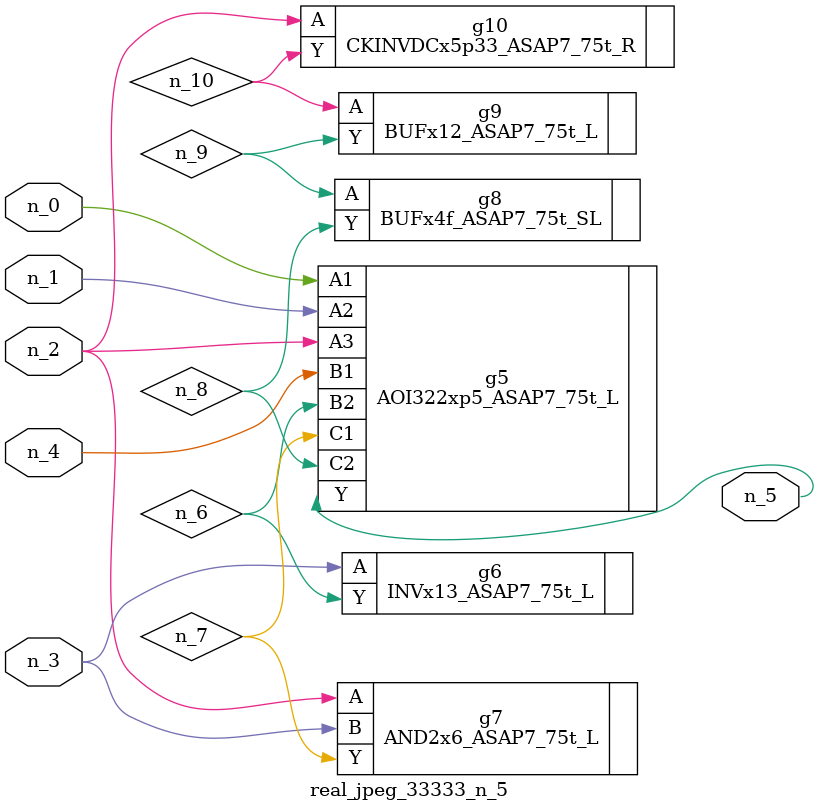
<source format=v>
module real_jpeg_33333_n_5 (n_4, n_0, n_1, n_2, n_3, n_5);

input n_4;
input n_0;
input n_1;
input n_2;
input n_3;

output n_5;

wire n_8;
wire n_6;
wire n_7;
wire n_10;
wire n_9;

AOI322xp5_ASAP7_75t_L g5 ( 
.A1(n_0),
.A2(n_1),
.A3(n_2),
.B1(n_4),
.B2(n_6),
.C1(n_7),
.C2(n_8),
.Y(n_5)
);

AND2x6_ASAP7_75t_L g7 ( 
.A(n_2),
.B(n_3),
.Y(n_7)
);

CKINVDCx5p33_ASAP7_75t_R g10 ( 
.A(n_2),
.Y(n_10)
);

INVx13_ASAP7_75t_L g6 ( 
.A(n_3),
.Y(n_6)
);

BUFx4f_ASAP7_75t_SL g8 ( 
.A(n_9),
.Y(n_8)
);

BUFx12_ASAP7_75t_L g9 ( 
.A(n_10),
.Y(n_9)
);


endmodule
</source>
